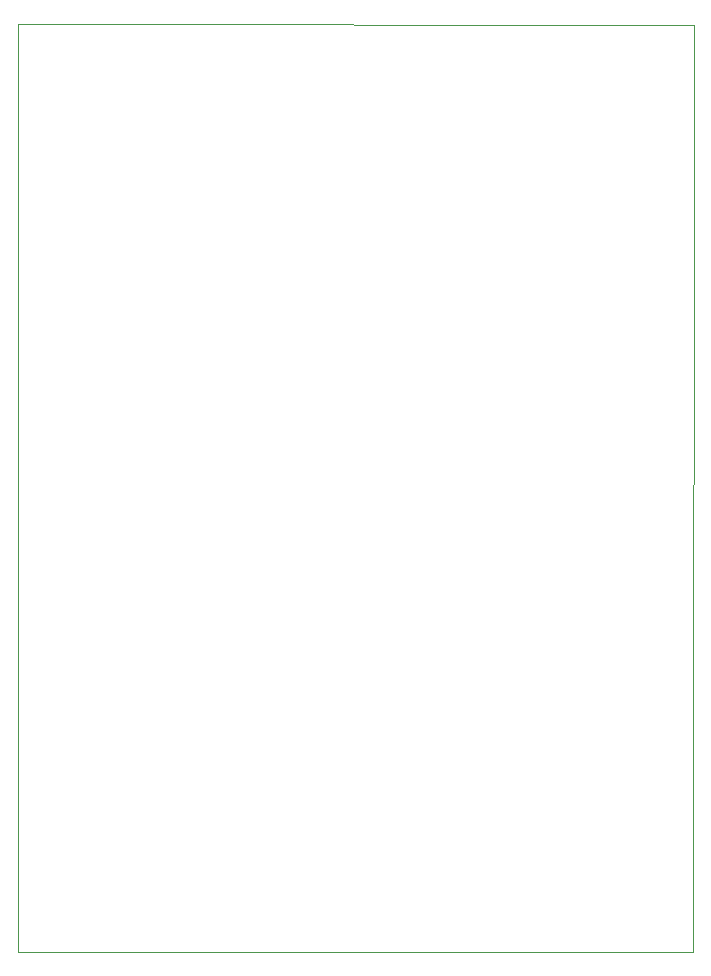
<source format=gbr>
%TF.GenerationSoftware,KiCad,Pcbnew,(5.1.6)-1*%
%TF.CreationDate,2020-07-29T00:16:23-03:00*%
%TF.ProjectId,placa_desenvolvimento,706c6163-615f-4646-9573-656e766f6c76,rev?*%
%TF.SameCoordinates,Original*%
%TF.FileFunction,Profile,NP*%
%FSLAX46Y46*%
G04 Gerber Fmt 4.6, Leading zero omitted, Abs format (unit mm)*
G04 Created by KiCad (PCBNEW (5.1.6)-1) date 2020-07-29 00:16:23*
%MOMM*%
%LPD*%
G01*
G04 APERTURE LIST*
%TA.AperFunction,Profile*%
%ADD10C,0.100000*%
%TD*%
G04 APERTURE END LIST*
D10*
X11938000Y-23114000D02*
X69215000Y-23241000D01*
X11938000Y-101727000D02*
X11938000Y-23114000D01*
X69088000Y-101727000D02*
X11938000Y-101727000D01*
X69088000Y-101600000D02*
X69088000Y-101727000D01*
X69215000Y-23241000D02*
X69088000Y-101600000D01*
M02*

</source>
